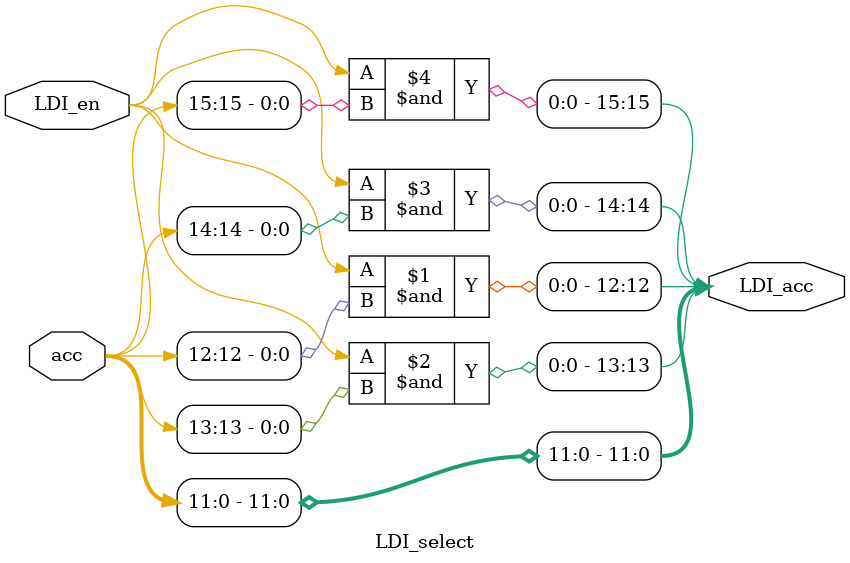
<source format=v>
module LDI_select
(
output [15:0] LDI_acc,
input [15:0] acc,
input LDI_en
);

assign LDI_acc[11:0]=acc[11:0];
assign LDI_acc[12]=LDI_en & acc[12];
assign LDI_acc[13]=LDI_en & acc[13];		 
assign LDI_acc[14]=LDI_en & acc[14];
assign LDI_acc[15]=LDI_en & acc[15];		 

endmodule

</source>
